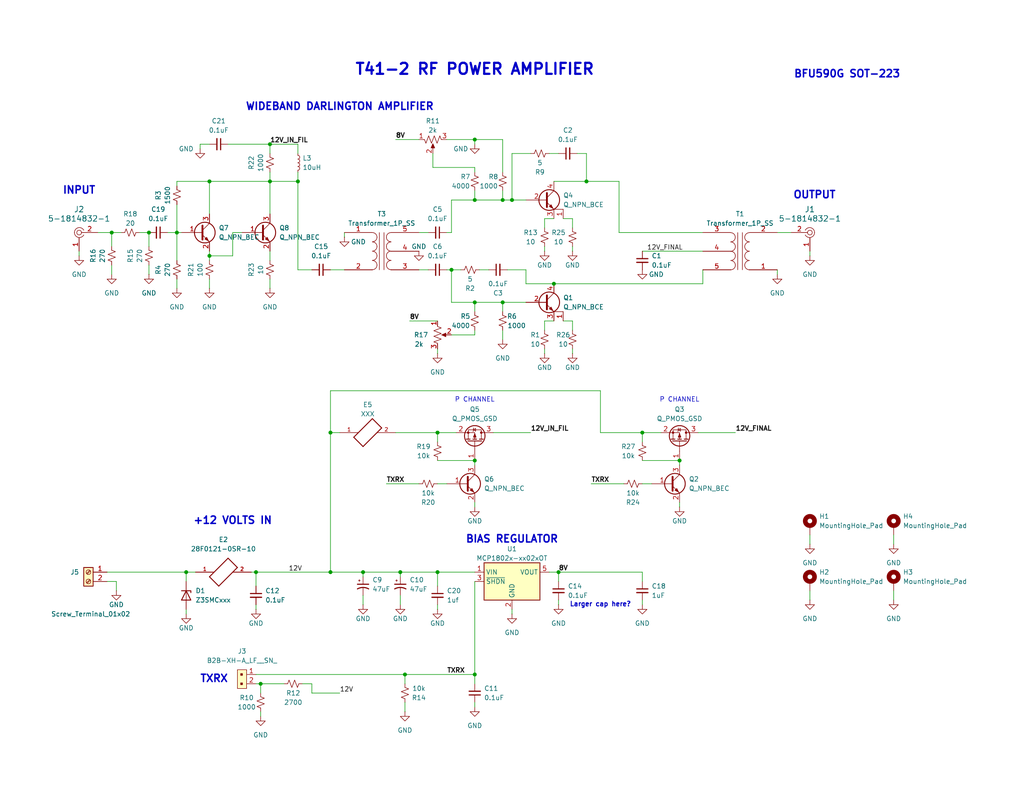
<source format=kicad_sch>
(kicad_sch (version 20231120) (generator "eeschema") (generator_version "8.0")
  (paper "USLetter")
  (title_block (title "T41-2 RF Power Amplifier") (date "2024-10-02") (rev "1.0"))
  (lib_symbols
    (symbol "28F0121-0SR-10:28F0121-0SR-10" (pin_names (offset 1.016))
      (property "Reference" "E" (at -7.6244 5.0815 0))
      (property "Value" "28F0121-0SR-10" (at -7.63 -7.6266 0))
      (symbol "28F0121-0SR-10_0_0"
        (pin passive line (at -7.62 0 0) (length 5.08) (name "~") (number "1"))
        (pin passive line (at 7.62 0 180) (length 5.08) (name "~") (number "2"))
      )
    )
    (symbol "Connector:Screw_Terminal_01x02" (pin_names (offset 1.016) hide)
      (property "Reference" "J" (at 0 2.54 0))
      (property "Value" "Screw_Terminal_01x02" (at 0 -5.08 0))
      (symbol "Screw_Terminal_01x02_1_1"
        (pin passive line (at -5.08 0 0) (length 3.81) (name "Pin_1") (number "1"))
        (pin passive line (at -5.08 -2.54 0) (length 3.81) (name "Pin_2") (number "2"))
      )
    )
    (symbol "Device:C_Polarized_Small_US" (pin_numbers hide) (pin_names (offset 0.254) hide)
      (property "Reference" "C" (at 0.254 1.778 0))
      (property "Value" "C_Polarized_Small_US" (at 0.254 -2.032 0))
      (symbol "C_Polarized_Small_US_1_1"
        (pin passive line (at 0 2.54 270) (length 2.032) (name "~") (number "1"))
        (pin passive line (at 0 -2.54 90) (length 2.032) (name "~") (number "2"))
      )
    )
    (symbol "Device:C_Small" (pin_numbers hide) (pin_names (offset 0.254) hide)
      (property "Reference" "C" (at 0.254 1.778 0))
      (property "Value" "C_Small" (at 0.254 -2.032 0))
      (symbol "C_Small_1_1"
        (pin passive line (at 0 2.54 270) (length 2.032) (name "~") (number "1"))
        (pin passive line (at 0 -2.54 90) (length 2.032) (name "~") (number "2"))
      )
    )
    (symbol "Device:L_Small" (pin_numbers hide) (pin_names (offset 0.254) hide)
      (property "Reference" "L" (at 0.762 1.016 0))
      (property "Value" "L_Small" (at 0.762 -1.016 0))
      (symbol "L_Small_1_1"
        (pin passive line (at 0 2.54 270) (length 0.508) (name "~") (number "1"))
        (pin passive line (at 0 -2.54 90) (length 0.508) (name "~") (number "2"))
      )
    )
    (symbol "Device:Q_NPN_BEC" (pin_names (offset 0) hide)
      (property "Reference" "Q" (at 5.08 1.27 0))
      (property "Value" "Q_NPN_BEC" (at 5.08 -1.27 0))
      (symbol "Q_NPN_BEC_1_1"
        (pin input line (at -5.08 0 0) (length 5.715) (name "B") (number "1"))
        (pin passive line (at 2.54 -5.08 90) (length 2.54) (name "E") (number "2"))
        (pin passive line (at 2.54 5.08 270) (length 2.54) (name "C") (number "3"))
      )
    )
    (symbol "Device:Q_PMOS_GSD" (pin_names (offset 0) hide)
      (property "Reference" "Q" (at 5.08 1.27 0))
      (property "Value" "Q_PMOS_GSD" (at 5.08 -1.27 0))
      (symbol "Q_PMOS_GSD_1_1"
        (pin input line (at -5.08 0 0) (length 2.54) (name "G") (number "1"))
        (pin passive line (at 2.54 -5.08 90) (length 2.54) (name "S") (number "2"))
        (pin passive line (at 2.54 5.08 270) (length 2.54) (name "D") (number "3"))
      )
    )
    (symbol "Device:R_Potentiometer_US" (pin_names (offset 1.016) hide)
      (property "Reference" "RV" (at -4.445 0 90))
      (property "Value" "R_Potentiometer_US" (at -2.54 0 90))
      (symbol "R_Potentiometer_US_1_1"
        (pin passive line (at 0 3.81 270) (length 1.27) (name "1") (number "1"))
        (pin passive line (at 3.81 0 180) (length 1.27) (name "2") (number "2"))
        (pin passive line (at 0 -3.81 90) (length 1.27) (name "3") (number "3"))
      )
    )
    (symbol "Device:R_Small_US" (pin_numbers hide) (pin_names (offset 0.254) hide)
      (property "Reference" "R" (at 0.762 0.508 0))
      (property "Value" "R_Small_US" (at 0.762 -1.016 0))
      (symbol "R_Small_US_1_1"
        (pin passive line (at 0 2.54 270) (length 1.016) (name "~") (number "1"))
        (pin passive line (at 0 -2.54 90) (length 1.016) (name "~") (number "2"))
      )
    )
    (symbol "Device:Transformer_1P_SS" (pin_names (offset 1.016) hide)
      (property "Reference" "T" (at 0 6.35 0))
      (property "Value" "Transformer_1P_SS" (at 0 -7.62 0))
      (symbol "Transformer_1P_SS_1_1"
        (pin passive line (at -10.16 5.08 0) (length 7.62) (name "AA") (number "1"))
        (pin passive line (at -10.16 -5.08 0) (length 7.62) (name "AB") (number "2"))
        (pin passive line (at 10.16 -5.08 180) (length 7.62) (name "SA") (number "3"))
        (pin passive line (at 10.16 0 180) (length 7.62) (name "SC") (number "4"))
        (pin passive line (at 10.16 5.08 180) (length 7.62) (name "SB") (number "5"))
      )
    )
    (symbol "Diode:Z3SMCxxx" (pin_numbers hide) (pin_names hide)
      (property "Reference" "D" (at 0 2.54 0))
      (property "Value" "Z3SMCxxx" (at 0 -2.54 0))
      (symbol "Z3SMCxxx_1_1"
        (pin passive line (at -3.81 0 0) (length 2.54) (name "K") (number "1"))
        (pin passive line (at 3.81 0 180) (length 2.54) (name "A") (number "2"))
      )
    )
    (symbol "Mechanical:MountingHole_Pad" (pin_numbers hide) (pin_names (offset 1.016) hide) (exclude_from_sim yes) (in_bom no)
      (property "Reference" "H" (at 0 6.35 0))
      (property "Value" "MountingHole_Pad" (at 0 4.445 0))
      (symbol "MountingHole_Pad_1_1"
        (pin input line (at 0 -2.54 90) (length 2.54) (name "1") (number "1"))
      )
    )
    (symbol "Q_NPN_BCE_2" (pin_names (offset 0) hide)
      (property "Reference" "Q4" (at 5.08 1.2701 0))
      (property "Value" "Q_NPN_BCE" (at 5.08 -1.2699 0))
      (symbol "Q_NPN_BCE_2_1_1"
        (pin input line (at 5.08 -5.08 90) (length 2.54) (name "") (number "1"))
        (pin input line (at -5.08 0 0) (length 5.715) (name "B") (number "2"))
        (pin passive line (at 2.54 -5.08 90) (length 2.54) (name "E") (number "3"))
        (pin passive line (at 2.54 5.08 270) (length 2.54) (name "C") (number "4"))
      )
    )
    (symbol "Regulator_Linear:MCP1802x-xx02xOT"
      (property "Reference" "U" (at -6.35 6.35 0))
      (property "Value" "MCP1802x-xx02xOT" (at 0 6.35 0))
      (symbol "MCP1802x-xx02xOT_1_1"
        (pin power_in line (at -10.16 2.54 0) (length 2.54) (name "VIN") (number "1"))
        (pin power_in line (at 0 -7.62 90) (length 2.54) (name "GND") (number "2"))
        (pin input line (at -10.16 0 0) (length 2.54) (name "~{SHDN}") (number "3"))
        (pin no_connect line (at 7.62 0 180) (length 2.54) hide (name "NC") (number "4"))
        (pin power_out line (at 10.16 2.54 180) (length 2.54) (name "VOUT") (number "5"))
      )
    )
    (symbol "dk_Coaxial-Connectors-RF:5-1814832-1" (pin_names (offset 1.016))
      (property "Reference" "J" (at -2.54 1.27 0))
      (property "Value" "5-1814832-1" (at 1.27 -2.54 0))
      (symbol "5-1814832-1_1_1"
        (pin passive line (at 0 -5.08 90) (length 3.683) (name "~") (number "1"))
        (pin passive line (at 5.08 0 180) (length 4.445) (name "~") (number "2"))
      )
    )
    (symbol "dk_Rectangular-Connectors-Headers-Male-Pins:B2B-XH-A_LF__SN_" (pin_names (offset 1.016))
      (property "Reference" "J" (at -2.54 -1.27 0))
      (property "Value" "B2B-XH-A_LF__SN_" (at 1.27 -3.81 0))
      (symbol "B2B-XH-A_LF__SN__1_1"
        (pin passive line (at 0 2.54 270) (length 2.54) (name "~") (number "1"))
        (pin passive line (at 2.54 2.54 270) (length 2.54) (name "~") (number "2"))
      )
    )
    (symbol "power:GND" (power) (pin_numbers hide) (pin_names (offset 0) hide)
      (property "Value" "GND" (at 0 -3.81 0))
      (symbol "GND_1_1"
        (pin power_in line (at 0 0 270) (length 0) (name "~") (number "1"))
      )
    )
  )
  (junction (at 119.38 156.21))
  (junction (at 69.85 156.21))
  (junction (at 48.26 63.5))
  (junction (at 129.54 125.73))
  (junction (at 73.66 39.37))
  (junction (at 137.16 54.61))
  (junction (at 129.54 82.55))
  (junction (at 40.64 63.5))
  (junction (at 151.13 77.47))
  (junction (at 139.7 54.61))
  (junction (at 110.49 184.15))
  (junction (at 90.17 118.11))
  (junction (at 175.26 118.11))
  (junction (at 123.19 73.66))
  (junction (at 129.54 38.1))
  (junction (at 109.22 156.21))
  (junction (at 119.38 118.11))
  (junction (at 137.16 82.55))
  (junction (at 81.28 49.53))
  (junction (at 99.06 156.21))
  (junction (at 57.15 49.53))
  (junction (at 73.66 49.53))
  (junction (at 50.8 156.21))
  (junction (at 152.4 156.21))
  (junction (at 30.48 63.5))
  (junction (at 57.15 69.85))
  (junction (at 129.54 54.61))
  (junction (at 129.54 184.15))
  (junction (at 185.42 125.73))
  (junction (at 90.17 156.21))
  (junction (at 160.02 49.53))
  (junction (at 71.12 186.69))
  (wire (pts (xy 111.76 87.63) (xy 119.38 87.63)))
  (wire (pts (xy 81.28 39.37) (xy 81.28 41.91)))
  (wire (pts (xy 69.85 156.21) (xy 90.17 156.21)))
  (wire (pts (xy 137.16 82.55) (xy 143.51 82.55)))
  (wire (pts (xy 31.75 158.75) (xy 31.75 161.29)))
  (wire (pts (xy 160.02 41.91) (xy 160.02 49.53)))
  (wire (pts (xy 212.09 63.5) (xy 215.9 63.5)))
  (wire (pts (xy 73.66 68.58) (xy 73.66 71.12)))
  (wire (pts (xy 138.43 73.66) (xy 143.51 73.66)))
  (wire (pts (xy 148.59 67.31) (xy 148.59 68.58)))
  (wire (pts (xy 57.15 69.85) (xy 63.5 69.85)))
  (wire (pts (xy 26.67 63.5) (xy 30.48 63.5)))
  (wire (pts (xy 110.49 184.15) (xy 110.49 186.69)))
  (wire (pts (xy 105.41 132.08) (xy 114.3 132.08)))
  (wire (pts (xy 48.26 63.5) (xy 48.26 71.12)))
  (wire (pts (xy 109.22 162.56) (xy 109.22 165.1)))
  (wire (pts (xy 123.19 91.44) (xy 129.54 91.44)))
  (wire (pts (xy 139.7 41.91) (xy 144.78 41.91)))
  (wire (pts (xy 81.28 49.53) (xy 81.28 73.66)))
  (wire (pts (xy 185.42 125.73) (xy 185.42 127)))
  (wire (pts (xy 175.26 118.11) (xy 175.26 120.65)))
  (wire (pts (xy 38.1 63.5) (xy 40.64 63.5)))
  (wire (pts (xy 185.42 137.16) (xy 185.42 138.43)))
  (wire (pts (xy 149.86 156.21) (xy 152.4 156.21)))
  (wire (pts (xy 118.11 41.91) (xy 118.11 45.72)))
  (wire (pts (xy 107.95 38.1) (xy 114.3 38.1)))
  (wire (pts (xy 118.11 45.72) (xy 129.54 45.72)))
  (wire (pts (xy 168.91 49.53) (xy 168.91 63.5)))
  (wire (pts (xy 220.98 68.58) (xy 220.98 69.85)))
  (wire (pts (xy 137.16 38.1) (xy 137.16 46.99)))
  (wire (pts (xy 153.67 87.63) (xy 156.21 87.63)))
  (wire (pts (xy 175.26 156.21) (xy 175.26 158.75)))
  (wire (pts (xy 175.26 132.08) (xy 177.8 132.08)))
  (wire (pts (xy 69.85 184.15) (xy 110.49 184.15)))
  (wire (pts (xy 243.84 146.05) (xy 243.84 148.59)))
  (wire (pts (xy 114.3 73.66) (xy 116.84 73.66)))
  (wire (pts (xy 109.22 156.21) (xy 109.22 157.48)))
  (wire (pts (xy 48.26 55.88) (xy 48.26 63.5)))
  (wire (pts (xy 130.81 73.66) (xy 133.35 73.66)))
  (wire (pts (xy 119.38 95.25) (xy 119.38 96.52)))
  (wire (pts (xy 148.59 90.17) (xy 148.59 87.63)))
  (wire (pts (xy 168.91 63.5) (xy 191.77 63.5)))
  (wire (pts (xy 48.26 76.2) (xy 48.26 78.74)))
  (wire (pts (xy 73.66 76.2) (xy 73.66 78.74)))
  (wire (pts (xy 119.38 156.21) (xy 119.38 160.02)))
  (wire (pts (xy 50.8 166.37) (xy 50.8 167.64)))
  (wire (pts (xy 220.98 146.05) (xy 220.98 148.59)))
  (wire (pts (xy 85.09 189.23) (xy 92.71 189.23)))
  (wire (pts (xy 81.28 49.53) (xy 73.66 49.53)))
  (wire (pts (xy 134.62 118.11) (xy 144.78 118.11)))
  (wire (pts (xy 63.5 63.5) (xy 66.04 63.5)))
  (wire (pts (xy 99.06 156.21) (xy 109.22 156.21)))
  (wire (pts (xy 73.66 41.91) (xy 73.66 39.37)))
  (wire (pts (xy 30.48 72.39) (xy 30.48 74.93)))
  (wire (pts (xy 48.26 63.5) (xy 49.53 63.5)))
  (wire (pts (xy 152.4 163.83) (xy 152.4 165.1)))
  (wire (pts (xy 137.16 38.1) (xy 129.54 38.1)))
  (wire (pts (xy 220.98 161.29) (xy 220.98 163.83)))
  (wire (pts (xy 50.8 158.75) (xy 50.8 156.21)))
  (wire (pts (xy 69.85 165.1) (xy 69.85 166.37)))
  (wire (pts (xy 48.26 50.8) (xy 48.26 49.53)))
  (wire (pts (xy 156.21 95.25) (xy 156.21 96.52)))
  (wire (pts (xy 73.66 46.99) (xy 73.66 49.53)))
  (wire (pts (xy 81.28 46.99) (xy 81.28 49.53)))
  (wire (pts (xy 156.21 87.63) (xy 156.21 90.17)))
  (wire (pts (xy 82.55 186.69) (xy 85.09 186.69)))
  (wire (pts (xy 85.09 186.69) (xy 85.09 189.23)))
  (wire (pts (xy 90.17 118.11) (xy 90.17 156.21)))
  (wire (pts (xy 152.4 156.21) (xy 152.4 158.75)))
  (wire (pts (xy 68.58 156.21) (xy 69.85 156.21)))
  (wire (pts (xy 50.8 156.21) (xy 53.34 156.21)))
  (wire (pts (xy 175.26 68.58) (xy 191.77 68.58)))
  (wire (pts (xy 90.17 118.11) (xy 90.17 106.68)))
  (wire (pts (xy 129.54 82.55) (xy 137.16 82.55)))
  (wire (pts (xy 151.13 77.47) (xy 191.77 77.47)))
  (wire (pts (xy 129.54 52.07) (xy 129.54 54.61)))
  (wire (pts (xy 110.49 184.15) (xy 129.54 184.15)))
  (wire (pts (xy 129.54 125.73) (xy 129.54 127)))
  (wire (pts (xy 119.38 118.11) (xy 124.46 118.11)))
  (wire (pts (xy 71.12 194.31) (xy 71.12 195.58)))
  (wire (pts (xy 157.48 41.91) (xy 160.02 41.91)))
  (wire (pts (xy 148.59 87.63) (xy 151.13 87.63)))
  (wire (pts (xy 62.23 39.37) (xy 73.66 39.37)))
  (wire (pts (xy 114.3 63.5) (xy 116.84 63.5)))
  (wire (pts (xy 73.66 39.37) (xy 81.28 39.37)))
  (wire (pts (xy 57.15 76.2) (xy 57.15 78.74)))
  (wire (pts (xy 129.54 191.77) (xy 129.54 193.04)))
  (wire (pts (xy 69.85 186.69) (xy 71.12 186.69)))
  (wire (pts (xy 90.17 106.68) (xy 163.83 106.68)))
  (wire (pts (xy 156.21 59.69) (xy 156.21 62.23)))
  (wire (pts (xy 85.09 73.66) (xy 81.28 73.66)))
  (wire (pts (xy 30.48 63.5) (xy 33.02 63.5)))
  (wire (pts (xy 73.66 49.53) (xy 73.66 58.42)))
  (wire (pts (xy 29.21 158.75) (xy 31.75 158.75)))
  (wire (pts (xy 107.95 118.11) (xy 119.38 118.11)))
  (wire (pts (xy 99.06 156.21) (xy 99.06 157.48)))
  (wire (pts (xy 57.15 69.85) (xy 57.15 71.12)))
  (wire (pts (xy 149.86 41.91) (xy 152.4 41.91)))
  (wire (pts (xy 125.73 73.66) (xy 123.19 73.66)))
  (wire (pts (xy 119.38 156.21) (xy 129.54 156.21)))
  (wire (pts (xy 123.19 63.5) (xy 123.19 54.61)))
  (wire (pts (xy 137.16 52.07) (xy 137.16 54.61)))
  (wire (pts (xy 121.92 38.1) (xy 129.54 38.1)))
  (wire (pts (xy 137.16 54.61) (xy 139.7 54.61)))
  (wire (pts (xy 57.15 49.53) (xy 57.15 58.42)))
  (wire (pts (xy 121.92 73.66) (xy 123.19 73.66)))
  (wire (pts (xy 129.54 158.75) (xy 129.54 184.15)))
  (wire (pts (xy 48.26 49.53) (xy 57.15 49.53)))
  (wire (pts (xy 129.54 82.55) (xy 129.54 85.09)))
  (wire (pts (xy 129.54 184.15) (xy 129.54 186.69)))
  (wire (pts (xy 29.21 156.21) (xy 50.8 156.21)))
  (wire (pts (xy 175.26 118.11) (xy 180.34 118.11)))
  (wire (pts (xy 139.7 54.61) (xy 139.7 41.91)))
  (wire (pts (xy 90.17 73.66) (xy 93.98 73.66)))
  (wire (pts (xy 175.26 163.83) (xy 175.26 165.1)))
  (wire (pts (xy 40.64 72.39) (xy 40.64 74.93)))
  (wire (pts (xy 129.54 90.17) (xy 129.54 91.44)))
  (wire (pts (xy 148.59 59.69) (xy 151.13 59.69)))
  (wire (pts (xy 54.61 39.37) (xy 57.15 39.37)))
  (wire (pts (xy 129.54 39.37) (xy 129.54 38.1)))
  (wire (pts (xy 161.29 132.08) (xy 170.18 132.08)))
  (wire (pts (xy 175.26 125.73) (xy 185.42 125.73)))
  (wire (pts (xy 93.98 63.5) (xy 93.98 64.77)))
  (wire (pts (xy 163.83 118.11) (xy 175.26 118.11)))
  (wire (pts (xy 129.54 54.61) (xy 137.16 54.61)))
  (wire (pts (xy 63.5 69.85) (xy 63.5 63.5)))
  (wire (pts (xy 137.16 82.55) (xy 137.16 85.09)))
  (wire (pts (xy 163.83 106.68) (xy 163.83 118.11)))
  (wire (pts (xy 243.84 161.29) (xy 243.84 163.83)))
  (wire (pts (xy 71.12 186.69) (xy 71.12 189.23)))
  (wire (pts (xy 69.85 156.21) (xy 69.85 160.02)))
  (wire (pts (xy 119.38 125.73) (xy 129.54 125.73)))
  (wire (pts (xy 143.51 73.66) (xy 143.51 77.47)))
  (wire (pts (xy 57.15 49.53) (xy 73.66 49.53)))
  (wire (pts (xy 129.54 46.99) (xy 129.54 45.72)))
  (wire (pts (xy 148.59 59.69) (xy 148.59 62.23)))
  (wire (pts (xy 190.5 118.11) (xy 200.66 118.11)))
  (wire (pts (xy 148.59 95.25) (xy 148.59 96.52)))
  (wire (pts (xy 143.51 77.47) (xy 151.13 77.47)))
  (wire (pts (xy 160.02 49.53) (xy 168.91 49.53)))
  (wire (pts (xy 30.48 67.31) (xy 30.48 63.5)))
  (wire (pts (xy 137.16 90.17) (xy 137.16 92.71)))
  (wire (pts (xy 99.06 162.56) (xy 99.06 165.1)))
  (wire (pts (xy 212.09 73.66) (xy 212.09 74.93)))
  (wire (pts (xy 40.64 63.5) (xy 40.64 67.31)))
  (wire (pts (xy 90.17 118.11) (xy 92.71 118.11)))
  (wire (pts (xy 152.4 156.21) (xy 175.26 156.21)))
  (wire (pts (xy 109.22 156.21) (xy 119.38 156.21)))
  (wire (pts (xy 119.38 118.11) (xy 119.38 120.65)))
  (wire (pts (xy 151.13 49.53) (xy 160.02 49.53)))
  (wire (pts (xy 191.77 73.66) (xy 191.77 77.47)))
  (wire (pts (xy 119.38 132.08) (xy 121.92 132.08)))
  (wire (pts (xy 71.12 186.69) (xy 77.47 186.69)))
  (wire (pts (xy 57.15 68.58) (xy 57.15 69.85)))
  (wire (pts (xy 54.61 40.64) (xy 54.61 39.37)))
  (wire (pts (xy 90.17 156.21) (xy 99.06 156.21)))
  (wire (pts (xy 110.49 191.77) (xy 110.49 194.31)))
  (wire (pts (xy 139.7 54.61) (xy 143.51 54.61)))
  (wire (pts (xy 139.7 166.37) (xy 139.7 167.64)))
  (wire (pts (xy 45.72 63.5) (xy 48.26 63.5)))
  (wire (pts (xy 119.38 165.1) (xy 119.38 166.37)))
  (wire (pts (xy 21.59 68.58) (xy 21.59 69.85)))
  (wire (pts (xy 123.19 73.66) (xy 123.19 82.55)))
  (wire (pts (xy 129.54 137.16) (xy 129.54 138.43)))
  (wire (pts (xy 153.67 59.69) (xy 156.21 59.69)))
  (wire (pts (xy 156.21 67.31) (xy 156.21 68.58)))
  (wire (pts (xy 123.19 82.55) (xy 129.54 82.55)))
  (wire (pts (xy 121.92 63.5) (xy 123.19 63.5)))
  (wire (pts (xy 123.19 54.61) (xy 129.54 54.61)))
  (text "OUTPUT" (at 222.25 53.34 0) (effects (font (size 2 2) (thickness 0.4) (bold yes))))
  (text "BFU590G SOT-223" (at 231.14 20.32 0) (effects (font (size 2 2) (thickness 0.4) (bold yes))))
  (text "P CHANNEL" (at 185.42 109.22 0) (effects (font (size 1.27 1.27))))
  (text "+12 VOLTS IN" (at 63.5 142.24 0) (effects (font (size 2 2) (thickness 0.4) (bold yes))))
  (text "TXRX" (at 58.42 185.42 0) (effects (font (size 2 2) (thickness 0.4) (bold yes))))
  (text "T41-2 RF POWER AMPLIFIER" (at 129.54 19.05 0) (effects (font (size 3 3) (thickness 0.6) (bold yes))))
  (text "INPUT" (at 21.59 52.07 0) (effects (font (size 2 2) (thickness 0.4) (bold yes))))
  (text "Larger cap here?" (at 163.83 165.1 0) (effects (font (size 1.27 1.27) (thickness 0.254) (bold yes))))
  (text "BIAS REGULATOR" (at 139.7 147.32 0) (effects (font (size 2 2) (thickness 0.4) (bold yes))))
  (text "WIDEBAND DARLINGTON AMPLIFIER" (at 92.71 29.21 0) (effects (font (size 2 2) (thickness 0.4) (bold yes))))
  (text "P CHANNEL" (at 129.54 109.22 0) (effects (font (size 1.27 1.27))))
  (label "8V" (at 111.76 87.63 0) (effects (font (thickness 0.254) (bold yes))))
  (label "8V" (at 152.4 156.21 0) (effects (font (thickness 0.254) (bold yes))))
  (label "12V" (at 92.71 189.23 0))
  (label "12V_FINAL" (at 176.53 68.58 0))
  (label "12V" (at 78.74 156.21 0))
  (label "TXRX" (at 121.92 184.15 0) (effects (font (thickness 0.254) (bold yes))))
  (label "12V_IN_FIL" (at 73.66 39.37 0) (effects (font (thickness 0.254) (bold yes))))
  (label "12V_IN_FIL" (at 144.78 118.11 0) (effects (font (thickness 0.254) (bold yes))))
  (label "12V_FINAL" (at 200.66 118.11 0) (effects (font (thickness 0.254) (bold yes))))
  (label "TXRX" (at 161.29 132.08 0) (effects (font (thickness 0.254) (bold yes))))
  (label "TXRX" (at 105.41 132.08 0) (effects (font (thickness 0.254) (bold yes))))
  (label "8V" (at 107.95 38.1 0) (effects (font (thickness 0.254) (bold yes))))
  (symbol (lib_id "Device:C_Small") (at 69.85 162.56 0) (unit 1)
    (property "Reference" "C12" (at 72.39 161.2962 0) (effects (justify left)))
    (property "Value" "0.1uF" (at 72.39 163.8362 0) (effects (justify left)))
    (property "Footprint" "Capacitor_SMD:C_1206_3216Metric" (effects (hide yes)))
    (property "Description" "Unpolarized capacitor, small symbol" (effects (hide yes)))
  )
  (symbol (lib_id "power:GND") (at 212.09 74.93 0) (unit 1)
    (property "Reference" "#PWR04" (effects (hide yes)))
    (property "Value" "GND" (at 212.09 80.01 0))
    (property "Description" "Power symbol creates a global label with name \"GND\" , ground" (effects (hide yes)))
  )
  (symbol (lib_id "power:GND") (at 48.26 78.74 0) (unit 1)
    (property "Reference" "#PWR036" (effects (hide yes)))
    (property "Value" "GND" (at 48.26 83.82 0))
    (property "Description" "Power symbol creates a global label with name \"GND\" , ground" (effects (hide yes)))
  )
  (symbol (lib_id "power:GND") (at 40.64 74.93 0) (unit 1)
    (property "Reference" "#PWR026" (effects (hide yes)))
    (property "Value" "GND" (at 40.64 80.01 0))
    (property "Description" "Power symbol creates a global label with name \"GND\" , ground" (effects (hide yes)))
  )
  (symbol (lib_id "dk_Rectangular-Connectors-Headers-Male-Pins:B2B-XH-A_LF__SN_") (at 67.31 184.15 270) (unit 1)
    (property "Reference" "J3" (at 66.04 177.8 90))
    (property "Value" "B2B-XH-A_LF__SN_" (at 66.04 180.34 90))
    (property "Footprint" "digikey-footprints:PinHeader_1x2_P2.5mm_Drill1.1mm" (effects (hide yes)))
    (property "Datasheet" "http://www.jst-mfg.com/product/pdf/eng/eXH.pdf" (effects (hide yes)))
    (property "Description" "CONN HEADER VERT 2POS 2.5MM" (effects (hide yes)))
    (property "Digi-Key_PN" "455-2247-ND" (effects (hide yes)))
    (property "MPN" "B2B-XH-A(LF)(SN)" (effects (hide yes)))
    (property "Category" "Connectors, Interconnects" (effects (hide yes)))
    (property "Family" "Rectangular Connectors - Headers, Male Pins" (effects (hide yes)))
    (property "DK_Datasheet_Link" "http://www.jst-mfg.com/product/pdf/eng/eXH.pdf" (effects (hide yes)))
    (property "DK_Detail_Page" "/product-detail/en/jst-sales-america-inc/B2B-XH-A(LF)(SN)/455-2247-ND/1651045" (effects (hide yes)))
    (property "Description_1" "CONN HEADER VERT 2POS 2.5MM" (effects (hide yes)))
    (property "Manufacturer" "JST Sales America Inc." (effects (hide yes)))
    (property "Status" "Active" (effects (hide yes)))
  )
  (symbol (lib_id "Device:R_Small_US") (at 156.21 92.71 180) (unit 1)
    (property "Reference" "R26" (at 153.67 91.44 0))
    (property "Value" "10" (at 153.67 93.98 0))
    (property "Footprint" "Resistor_SMD:R_1206_3216Metric" (effects (hide yes)))
    (property "Description" "Resistor, small US symbol" (effects (hide yes)))
  )
  (symbol (lib_id "Device:Q_NPN_BEC") (at 54.61 63.5 0) (unit 1)
    (property "Reference" "Q7" (at 59.69 62.2299 0) (effects (justify left)))
    (property "Value" "Q_NPN_BEC" (at 59.69 64.7699 0) (effects (justify left)))
    (property "Footprint" "Package_TO_SOT_SMD:SOT-23-3" (effects (hide yes)))
    (property "Description" "NPN transistor, base/emitter/collector" (effects (hide yes)))
  )
  (symbol (lib_id "Regulator_Linear:MCP1802x-xx02xOT") (at 139.7 158.75 0) (unit 1)
    (property "Reference" "U1" (at 139.7 149.86 0))
    (property "Value" "MCP1802x-xx02xOT" (at 139.7 152.4 0))
    (property "Footprint" "Package_TO_SOT_SMD:SOT-23-5" (effects (hide yes)))
    (property "Datasheet" "http://ww1.microchip.com/downloads/en/DeviceDoc/22053C.pdf" (effects (hide yes)))
    (property "Description" "150mA, Tiny CMOS LDO With Shutdown, Fixed Voltage, SOT-23-5" (effects (hide yes)))
  )
  (symbol (lib_id "power:GND") (at 73.66 78.74 0) (unit 1)
    (property "Reference" "#PWR039" (effects (hide yes)))
    (property "Value" "GND" (at 73.66 83.82 0))
    (property "Description" "Power symbol creates a global label with name \"GND\" , ground" (effects (hide yes)))
  )
  (symbol (lib_id "Device:Transformer_1P_SS") (at 201.93 68.58 180) (unit 1)
    (property "Reference" "T1" (at 201.9173 58.42 0))
    (property "Value" "Transformer_1P_SS" (at 201.9173 60.96 0))
    (property "Footprint" "Binocular_Core:BN-43-302" (effects (hide yes)))
    (property "Description" "Transformer, single primary, split secondary" (effects (hide yes)))
  )
  (symbol (lib_id "Device:R_Small_US") (at 73.66 73.66 180) (unit 1)
    (property "Reference" "R23" (at 68.58 73.66 90))
    (property "Value" "10" (at 71.12 73.66 90))
    (property "Footprint" "Resistor_SMD:R_1206_3216Metric" (effects (hide yes)))
    (property "Description" "Resistor, small US symbol" (effects (hide yes)))
  )
  (symbol (lib_id "power:GND") (at 185.42 138.43 0) (unit 1)
    (property "Reference" "#PWR022" (effects (hide yes)))
    (property "Value" "GND" (at 185.42 142.24 0))
    (property "Description" "Power symbol creates a global label with name \"GND\" , ground" (effects (hide yes)))
  )
  (symbol (lib_id "Device:C_Small") (at 175.26 161.29 0) (unit 1)
    (property "Reference" "C18" (at 177.8 160.0262 0) (effects (justify left)))
    (property "Value" "1uF" (at 177.8 162.5662 0) (effects (justify left)))
    (property "Footprint" "Capacitor_SMD:C_1206_3216Metric" (effects (hide yes)))
    (property "Description" "Unpolarized capacitor, small symbol" (effects (hide yes)))
  )
  (symbol (lib_id "Device:R_Small_US") (at 148.59 92.71 180) (unit 1)
    (property "Reference" "R1" (at 146.05 91.44 0))
    (property "Value" "10" (at 146.05 93.98 0))
    (property "Footprint" "Resistor_SMD:R_1206_3216Metric" (effects (hide yes)))
    (property "Description" "Resistor, small US symbol" (effects (hide yes)))
  )
  (symbol (lib_id "Device:R_Small_US") (at 57.15 73.66 180) (unit 1)
    (property "Reference" "R21" (at 52.07 73.66 90))
    (property "Value" "100" (at 54.61 73.66 90))
    (property "Footprint" "Resistor_SMD:R_1206_3216Metric" (effects (hide yes)))
    (property "Description" "Resistor, small US symbol" (effects (hide yes)))
  )
  (symbol (lib_id "Device:R_Small_US") (at 73.66 44.45 180) (unit 1)
    (property "Reference" "R22" (at 68.58 44.45 90))
    (property "Value" "1000" (at 71.12 44.45 90))
    (property "Footprint" "Resistor_SMD:R_1206_3216Metric" (effects (hide yes)))
    (property "Description" "Resistor, small US symbol" (effects (hide yes)))
  )
  (symbol (lib_id "Device:C_Polarized_Small_US") (at 99.06 160.02 0) (unit 1)
    (property "Reference" "C9" (at 101.6 158.3181 0) (effects (justify left)))
    (property "Value" "47uF" (at 101.6 160.8581 0) (effects (justify left)))
    (property "Footprint" "Capacitor_SMD:CP_Elec_6.3x5.7" (effects (hide yes)))
    (property "Description" "Polarized capacitor, small US symbol" (effects (hide yes)))
  )
  (symbol (lib_id "power:GND") (at 175.26 165.1 0) (unit 1)
    (property "Reference" "#PWR027" (effects (hide yes)))
    (property "Value" "GND" (at 175.26 170.18 0))
    (property "Description" "Power symbol creates a global label with name \"GND\" , ground" (effects (hide yes)))
  )
  (symbol (lib_id "power:GND") (at 156.21 96.52 0) (unit 1)
    (property "Reference" "#PWR018" (effects (hide yes)))
    (property "Value" "GND" (at 156.21 100.33 0))
    (property "Description" "Power symbol creates a global label with name \"GND\" , ground" (effects (hide yes)))
  )
  (symbol (lib_id "Device:C_Small") (at 119.38 162.56 0) (unit 1)
    (property "Reference" "C20" (at 121.92 161.2962 0) (effects (justify left)))
    (property "Value" "1uf" (at 121.92 163.8362 0) (effects (justify left)))
    (property "Footprint" "Capacitor_SMD:C_1206_3216Metric" (effects (hide yes)))
    (property "Description" "Unpolarized capacitor, small symbol" (effects (hide yes)))
  )
  (symbol (lib_id "Device:C_Small") (at 152.4 161.29 0) (unit 1)
    (property "Reference" "C14" (at 154.94 160.0262 0) (effects (justify left)))
    (property "Value" "0.1uF" (at 154.94 162.5662 0) (effects (justify left)))
    (property "Footprint" "Capacitor_SMD:C_1206_3216Metric" (effects (hide yes)))
    (property "Description" "Unpolarized capacitor, small symbol" (effects (hide yes)))
  )
  (symbol (lib_id "Mechanical:MountingHole_Pad") (at 220.98 158.75 0) (unit 1) (exclude_from_sim yes) (in_bom no)
    (property "Reference" "H2" (at 223.52 156.2099 0) (effects (justify left)))
    (property "Value" "MountingHole_Pad" (at 223.52 158.7499 0) (effects (justify left)))
    (property "Footprint" "MountingHole:MountingHole_4.3mm_M4_DIN965_Pad" (effects (hide yes)))
    (property "Description" "Mounting Hole with connection" (effects (hide yes)))
  )
  (symbol (lib_id "Device:R_Small_US") (at 128.27 73.66 270) (unit 1)
    (property "Reference" "R2" (at 128.27 78.74 90))
    (property "Value" "5" (at 128.27 76.2 90))
    (property "Footprint" "Resistor_SMD:R_1206_3216Metric" (effects (hide yes)))
    (property "Description" "Resistor, small US symbol" (effects (hide yes)))
  )
  (symbol (lib_id "power:GND") (at 220.98 163.83 0) (unit 1)
    (property "Reference" "#PWR033" (effects (hide yes)))
    (property "Value" "GND" (at 220.98 168.91 0))
    (property "Description" "Power symbol creates a global label with name \"GND\" , ground" (effects (hide yes)))
  )
  (symbol (lib_id "Device:R_Small_US") (at 80.01 186.69 270) (unit 1)
    (property "Reference" "R12" (at 80.01 189.23 90))
    (property "Value" "2700" (at 80.01 191.77 90))
    (property "Footprint" "Resistor_SMD:R_1206_3216Metric" (effects (hide yes)))
    (property "Description" "Resistor, small US symbol" (effects (hide yes)))
  )
  (symbol (lib_id "Device:C_Small") (at 135.89 73.66 90) (mirror x) (unit 1)
    (property "Reference" "C3" (at 135.8963 80.01 90))
    (property "Value" "0.1uF" (at 135.8963 77.47 90))
    (property "Footprint" "Capacitor_SMD:C_1206_3216Metric" (effects (hide yes)))
    (property "Description" "Unpolarized capacitor, small symbol" (effects (hide yes)))
  )
  (symbol (lib_id "power:GND") (at 139.7 167.64 0) (unit 1)
    (property "Reference" "#PWR011" (effects (hide yes)))
    (property "Value" "GND" (at 139.7 172.72 0))
    (property "Description" "Power symbol creates a global label with name \"GND\" , ground" (effects (hide yes)))
  )
  (symbol (lib_id "Device:R_Small_US") (at 129.54 87.63 180) (unit 1)
    (property "Reference" "R5" (at 127 86.36 0))
    (property "Value" "4000" (at 125.73 88.9 0))
    (property "Footprint" "Resistor_SMD:R_1206_3216Metric" (effects (hide yes)))
    (property "Description" "Resistor, small US symbol" (effects (hide yes)))
  )
  (symbol (lib_id "Device:C_Small") (at 175.26 71.12 0) (unit 1)
    (property "Reference" "C1" (at 177.8 69.8562 0) (effects (justify left)))
    (property "Value" "0.1uF" (at 177.8 72.3962 0) (effects (justify left)))
    (property "Footprint" "Capacitor_SMD:C_1206_3216Metric" (effects (hide yes)))
    (property "Description" "Unpolarized capacitor, small symbol" (effects (hide yes)))
  )
  (symbol (lib_id "power:GND") (at 220.98 148.59 0) (unit 1)
    (property "Reference" "#PWR029" (effects (hide yes)))
    (property "Value" "GND" (at 220.98 153.67 0))
    (property "Description" "Power symbol creates a global label with name \"GND\" , ground" (effects (hide yes)))
  )
  (symbol (lib_id "power:GND") (at 243.84 148.59 0) (unit 1)
    (property "Reference" "#PWR035" (effects (hide yes)))
    (property "Value" "GND" (at 243.84 153.67 0))
    (property "Description" "Power symbol creates a global label with name \"GND\" , ground" (effects (hide yes)))
  )
  (symbol (lib_id "Connector:Screw_Terminal_01x02") (at 24.13 156.21 0) (mirror y) (unit 1)
    (property "Reference" "J5" (at 21.59 156.2099 0) (effects (justify left)))
    (property "Value" "Screw_Terminal_01x02" (at 35.56 167.64 0) (effects (justify left)))
    (property "Footprint" "TerminalBlock_Philmore:TerminalBlock_Philmore_TB132_1x02_P5.00mm_Horizontal" (effects (hide yes)))
    (property "Description" "Generic screw terminal, single row, 01x02, script generated (kicad-library-utils/schlib/autogen/connector/)" (effects (hide yes)))
  )
  (symbol (lib_id "Device:C_Small") (at 129.54 189.23 180) (unit 1)
    (property "Reference" "C11" (at 132.08 187.9535 0) (effects (justify right)))
    (property "Value" "0.1uF" (at 132.08 190.4935 0) (effects (justify right)))
    (property "Footprint" "Capacitor_SMD:C_1206_3216Metric" (effects (hide yes)))
    (property "Description" "Unpolarized capacitor, small symbol" (effects (hide yes)))
  )
  (symbol (lib_id "Device:R_Small_US") (at 156.21 64.77 180) (unit 1)
    (property "Reference" "R25" (at 152.4 63.5 0))
    (property "Value" "10" (at 152.4 66.04 0))
    (property "Footprint" "Resistor_SMD:R_1206_3216Metric" (effects (hide yes)))
    (property "Description" "Resistor, small US symbol" (effects (hide yes)))
  )
  (symbol (lib_id "Device:R_Small_US") (at 175.26 123.19 180) (unit 1)
    (property "Reference" "R27" (at 171.45 121.92 0))
    (property "Value" "10k" (at 171.45 124.46 0))
    (property "Footprint" "Resistor_SMD:R_1206_3216Metric" (effects (hide yes)))
    (property "Description" "Resistor, small US symbol" (effects (hide yes)))
  )
  (symbol (lib_id "power:GND") (at 50.8 167.64 0) (unit 1)
    (property "Reference" "#PWR030" (effects (hide yes)))
    (property "Value" "GND" (at 50.8 171.45 0))
    (property "Description" "Power symbol creates a global label with name \"GND\" , ground" (effects (hide yes)))
  )
  (symbol (lib_id "power:GND") (at 109.22 165.1 0) (unit 1)
    (property "Reference" "#PWR014" (effects (hide yes)))
    (property "Value" "GND" (at 109.22 168.91 0))
    (property "Description" "Power symbol creates a global label with name \"GND\" , ground" (effects (hide yes)))
  )
  (symbol (lib_id "Mechanical:MountingHole_Pad") (at 243.84 158.75 0) (unit 1) (exclude_from_sim yes) (in_bom no)
    (property "Reference" "H3" (at 246.38 156.2099 0) (effects (justify left)))
    (property "Value" "MountingHole_Pad" (at 246.38 158.7499 0) (effects (justify left)))
    (property "Footprint" "MountingHole:MountingHole_4.3mm_M4_DIN965_Pad" (effects (hide yes)))
    (property "Description" "Mounting Hole with connection" (effects (hide yes)))
  )
  (symbol (lib_id "power:GND") (at 243.84 163.83 0) (unit 1)
    (property "Reference" "#PWR034" (effects (hide yes)))
    (property "Value" "GND" (at 243.84 168.91 0))
    (property "Description" "Power symbol creates a global label with name \"GND\" , ground" (effects (hide yes)))
  )
  (symbol (lib_id "power:GND") (at 148.59 96.52 0) (unit 1)
    (property "Reference" "#PWR01" (effects (hide yes)))
    (property "Value" "GND" (at 148.59 100.33 0))
    (property "Description" "Power symbol creates a global label with name \"GND\" , ground" (effects (hide yes)))
  )
  (symbol (lib_id "power:GND") (at 30.48 74.93 0) (unit 1)
    (property "Reference" "#PWR025" (effects (hide yes)))
    (property "Value" "GND" (at 30.48 80.01 0))
    (property "Description" "Power symbol creates a global label with name \"GND\" , ground" (effects (hide yes)))
  )
  (symbol (lib_id "power:GND") (at 148.59 68.58 0) (unit 1)
    (property "Reference" "#PWR023" (effects (hide yes)))
    (property "Value" "GND" (at 148.59 72.39 0))
    (property "Description" "Power symbol creates a global label with name \"GND\" , ground" (effects (hide yes)))
  )
  (symbol (lib_id "power:GND") (at 110.49 194.31 0) (unit 1)
    (property "Reference" "#PWR021" (effects (hide yes)))
    (property "Value" "GND" (at 110.49 199.39 0))
    (property "Description" "Power symbol creates a global label with name \"GND\" , ground" (effects (hide yes)))
  )
  (symbol (lib_id "power:GND") (at 71.12 195.58 0) (unit 1)
    (property "Reference" "#PWR015" (effects (hide yes)))
    (property "Value" "GND" (at 71.12 200.66 0))
    (property "Description" "Power symbol creates a global label with name \"GND\" , ground" (effects (hide yes)))
  )
  (symbol (lib_id "Device:C_Small") (at 43.18 63.5 270) (unit 1)
    (property "Reference" "C19" (at 43.1736 57.15 90))
    (property "Value" "0.1uF" (at 43.1736 59.69 90))
    (property "Footprint" "Capacitor_SMD:C_1206_3216Metric" (effects (hide yes)))
    (property "Description" "Unpolarized capacitor, small symbol" (effects (hide yes)))
  )
  (symbol (lib_id "power:GND") (at 175.26 73.66 0) (unit 1)
    (property "Reference" "#PWR03" (effects (hide yes)))
    (property "Value" "GND" (at 179.07 74.93 0))
    (property "Description" "Power symbol creates a global label with name \"GND\" , ground" (effects (hide yes)))
  )
  (symbol (lib_id "Device:R_Small_US") (at 35.56 63.5 90) (unit 1)
    (property "Reference" "R18" (at 35.56 58.42 90))
    (property "Value" "20" (at 35.56 60.96 90))
    (property "Footprint" "Resistor_SMD:R_1206_3216Metric" (effects (hide yes)))
    (property "Description" "Resistor, small US symbol" (effects (hide yes)))
  )
  (symbol (lib_id "Device:Q_PMOS_GSD") (at 185.42 120.65 270) (mirror x) (unit 1)
    (property "Reference" "Q3" (at 185.42 111.76 90))
    (property "Value" "Q_PMOS_GSD" (at 185.42 114.3 90))
    (property "Footprint" "Package_TO_SOT_SMD:SOT-23-3" (effects (hide yes)))
    (property "Description" "P-MOSFET transistor, gate/source/drain" (effects (hide yes)))
  )
  (symbol (lib_id "Mechanical:MountingHole_Pad") (at 220.98 143.51 0) (unit 1) (exclude_from_sim yes) (in_bom no)
    (property "Reference" "H1" (at 223.52 140.9699 0) (effects (justify left)))
    (property "Value" "MountingHole_Pad" (at 223.52 143.5099 0) (effects (justify left)))
    (property "Footprint" "MountingHole:MountingHole_4.3mm_M4_DIN965_Pad" (effects (hide yes)))
    (property "Description" "Mounting Hole with connection" (effects (hide yes)))
  )
  (symbol (lib_id "Device:C_Polarized_Small_US") (at 109.22 160.02 0) (unit 1)
    (property "Reference" "C10" (at 111.76 158.3181 0) (effects (justify left)))
    (property "Value" "47uF" (at 111.76 160.8581 0) (effects (justify left)))
    (property "Footprint" "Capacitor_SMD:CP_Elec_6.3x5.7" (effects (hide yes)))
    (property "Description" "Polarized capacitor, small US symbol" (effects (hide yes)))
  )
  (symbol (lib_id "Device:R_Small_US") (at 147.32 41.91 270) (unit 1)
    (property "Reference" "R9" (at 147.32 46.99 90))
    (property "Value" "5" (at 147.32 44.45 90))
    (property "Footprint" "Resistor_SMD:R_1206_3216Metric" (effects (hide yes)))
    (property "Description" "Resistor, small US symbol" (effects (hide yes)))
  )
  (symbol (lib_id "power:GND") (at 99.06 165.1 0) (unit 1)
    (property "Reference" "#PWR013" (effects (hide yes)))
    (property "Value" "GND" (at 99.06 168.91 0))
    (property "Description" "Power symbol creates a global label with name \"GND\" , ground" (effects (hide yes)))
  )
  (symbol (lib_id "Device:C_Small") (at 59.69 39.37 270) (unit 1)
    (property "Reference" "C21" (at 59.6836 33.02 90))
    (property "Value" "0.1uF" (at 59.6836 35.56 90))
    (property "Footprint" "Capacitor_SMD:C_1206_3216Metric" (effects (hide yes)))
    (property "Description" "Unpolarized capacitor, small symbol" (effects (hide yes)))
  )
  (symbol (lib_id "Device:R_Small_US") (at 30.48 69.85 180) (unit 1)
    (property "Reference" "R16" (at 25.4 69.85 90))
    (property "Value" "270" (at 27.94 69.85 90))
    (property "Footprint" "Resistor_SMD:R_1206_3216Metric" (effects (hide yes)))
    (property "Description" "Resistor, small US symbol" (effects (hide yes)))
  )
  (symbol (lib_id "Device:R_Small_US") (at 48.26 73.66 180) (unit 1)
    (property "Reference" "R4" (at 43.18 73.66 90))
    (property "Value" "270" (at 45.72 73.66 90))
    (property "Footprint" "Resistor_SMD:R_1206_3216Metric" (effects (hide yes)))
    (property "Description" "Resistor, small US symbol" (effects (hide yes)))
  )
  (symbol (lib_id "power:GND") (at 129.54 193.04 0) (unit 1)
    (property "Reference" "#PWR016" (effects (hide yes)))
    (property "Value" "GND" (at 129.54 198.12 0))
    (property "Description" "Power symbol creates a global label with name \"GND\" , ground" (effects (hide yes)))
  )
  (symbol (lib_id "power:GND") (at 69.85 166.37 0) (unit 1)
    (property "Reference" "#PWR017" (effects (hide yes)))
    (property "Value" "GND" (at 69.85 170.18 0))
    (property "Description" "Power symbol creates a global label with name \"GND\" , ground" (effects (hide yes)))
  )
  (symbol (lib_id "power:GND") (at 119.38 166.37 0) (unit 1)
    (property "Reference" "#PWR032" (effects (hide yes)))
    (property "Value" "GND" (at 119.38 170.18 0))
    (property "Description" "Power symbol creates a global label with name \"GND\" , ground" (effects (hide yes)))
  )
  (symbol (lib_id "28F0121-0SR-10:28F0121-0SR-10") (at 100.33 118.11 0) (unit 1)
    (property "Reference" "E5" (at 100.33 110.49 0))
    (property "Value" "XXX" (at 100.33 113.03 0))
    (property "Footprint" "Inductor_SMD:L_1206_3216Metric" (effects (hide yes)))
    (property "PARTREV" "J" (effects (hide yes)))
    (property "STANDARD" "Manufacturer Recommendations" (effects (hide yes)))
    (property "MAXIMUM_PACKAGE_HEIGHT" "3.05 mm" (effects (hide yes)))
    (property "MANUFACTURER" "Laird" (effects (hide yes)))
  )
  (symbol (lib_id "power:GND") (at 129.54 39.37 0) (unit 1)
    (property "Reference" "#PWR07" (effects (hide yes)))
    (property "Value" "GND" (at 125.73 40.64 0))
    (property "Description" "Power symbol creates a global label with name \"GND\" , ground" (effects (hide yes)))
  )
  (symbol (lib_id "Device:Q_NPN_BEC") (at 127 132.08 0) (unit 1)
    (property "Reference" "Q6" (at 132.08 130.8099 0) (effects (justify left)))
    (property "Value" "Q_NPN_BEC" (at 132.08 133.3499 0) (effects (justify left)))
    (property "Footprint" "Package_TO_SOT_SMD:SOT-23-3" (effects (hide yes)))
    (property "Description" "NPN transistor, base/emitter/collector" (effects (hide yes)))
  )
  (symbol (lib_id "power:GND") (at 31.75 161.29 0) (unit 1)
    (property "Reference" "#PWR012" (effects (hide yes)))
    (property "Value" "GND" (at 31.75 165.1 0))
    (property "Description" "Power symbol creates a global label with name \"GND\" , ground" (effects (hide yes)))
  )
  (symbol (lib_id "power:GND") (at 21.59 69.85 0) (unit 1)
    (property "Reference" "#PWR020" (effects (hide yes)))
    (property "Value" "GND" (at 21.59 74.93 0))
    (property "Description" "Power symbol creates a global label with name \"GND\" , ground" (effects (hide yes)))
  )
  (symbol (lib_id "Device:Transformer_1P_SS") (at 104.14 68.58 0) (unit 1)
    (property "Reference" "T3" (at 104.1527 58.42 0))
    (property "Value" "Transformer_1P_SS" (at 104.1527 60.96 0))
    (property "Footprint" "Binocular_Core:BN-43-302" (effects (hide yes)))
    (property "Description" "Transformer, single primary, split secondary" (effects (hide yes)))
  )
  (symbol (lib_id "Device:R_Small_US") (at 71.12 191.77 180) (unit 1)
    (property "Reference" "R10" (at 67.31 190.5 0))
    (property "Value" "1000" (at 67.31 193.04 0))
    (property "Footprint" "Resistor_SMD:R_1206_3216Metric" (effects (hide yes)))
    (property "Description" "Resistor, small US symbol" (effects (hide yes)))
  )
  (symbol (lib_id "power:GND") (at 220.98 69.85 0) (unit 1)
    (property "Reference" "#PWR05" (effects (hide yes)))
    (property "Value" "GND" (at 220.98 74.93 0))
    (property "Description" "Power symbol creates a global label with name \"GND\" , ground" (effects (hide yes)))
  )
  (symbol (lib_id "power:GND") (at 129.54 138.43 0) (unit 1)
    (property "Reference" "#PWR028" (effects (hide yes)))
    (property "Value" "GND" (at 129.54 142.24 0))
    (property "Description" "Power symbol creates a global label with name \"GND\" , ground" (effects (hide yes)))
  )
  (symbol (lib_id "Device:R_Potentiometer_US") (at 119.38 91.44 0) (unit 1)
    (property "Reference" "R17" (at 116.84 91.4399 0) (effects (justify right)))
    (property "Value" "2k" (at 115.57 93.98 0) (effects (justify right)))
    (property "Footprint" "Potentiometer_THT:Potentiometer_Bourns_3296W_Vertical" (effects (hide yes)))
    (property "Description" "Potentiometer, US symbol" (effects (hide yes)))
  )
  (symbol (lib_id "Device:C_Small") (at 119.38 63.5 270) (unit 1)
    (property "Reference" "C5" (at 119.3736 57.15 90))
    (property "Value" "0.1uF" (at 119.3736 59.69 90))
    (property "Footprint" "Capacitor_SMD:C_1206_3216Metric" (effects (hide yes)))
    (property "Description" "Unpolarized capacitor, small symbol" (effects (hide yes)))
  )
  (symbol (lib_id "Device:C_Small") (at 119.38 73.66 270) (unit 1)
    (property "Reference" "C6" (at 119.3736 67.31 90))
    (property "Value" "0.1uF" (at 119.3736 69.85 90))
    (property "Footprint" "Capacitor_SMD:C_1206_3216Metric" (effects (hide yes)))
    (property "Description" "Unpolarized capacitor, small symbol" (effects (hide yes)))
  )
  (symbol (lib_id "power:GND") (at 57.15 78.74 0) (unit 1)
    (property "Reference" "#PWR038" (effects (hide yes)))
    (property "Value" "GND" (at 57.15 83.82 0))
    (property "Description" "Power symbol creates a global label with name \"GND\" , ground" (effects (hide yes)))
  )
  (symbol (lib_id "Diode:Z3SMCxxx") (at 50.8 162.56 270) (unit 1)
    (property "Reference" "D1" (at 53.34 161.2899 90) (effects (justify left)))
    (property "Value" "Z3SMCxxx" (at 53.34 163.8299 90) (effects (justify left)))
    (property "Footprint" "Diode_SMD:D_SMC" (effects (hide yes)))
    (property "Datasheet" "https://diotec.com/tl_files/diotec/files/pdf/datasheets/z3smc1.pdf" (effects (hide yes)))
    (property "Description" "3000mW Zener Diode, SMC(DO-214AB)" (effects (hide yes)))
  )
  (symbol (lib_id "power:GND") (at 119.38 96.52 0) (unit 1)
    (property "Reference" "#PWR08" (effects (hide yes)))
    (property "Value" "GND" (at 119.38 101.6 0))
    (property "Description" "Power symbol creates a global label with name \"GND\" , ground" (effects (hide yes)))
  )
  (symbol (lib_id "power:GND") (at 54.61 40.64 0) (unit 1)
    (property "Reference" "#PWR037" (effects (hide yes)))
    (property "Value" "GND" (at 50.8 40.64 0))
    (property "Description" "Power symbol creates a global label with name \"GND\" , ground" (effects (hide yes)))
  )
  (symbol (lib_id "power:GND") (at 156.21 68.58 0) (unit 1)
    (property "Reference" "#PWR06" (effects (hide yes)))
    (property "Value" "GND" (at 156.21 72.39 0))
    (property "Description" "Power symbol creates a global label with name \"GND\" , ground" (effects (hide yes)))
  )
  (symbol (lib_id "Device:R_Small_US") (at 110.49 189.23 0) (unit 1)
    (property "Reference" "R14" (at 114.3 190.5 0))
    (property "Value" "10k" (at 114.3 187.96 0))
    (property "Footprint" "Resistor_SMD:R_1206_3216Metric" (effects (hide yes)))
    (property "Description" "Resistor, small US symbol" (effects (hide yes)))
  )
  (symbol (lib_id "power:GND") (at 93.98 64.77 0) (unit 1)
    (property "Reference" "#PWR010" (effects (hide yes)))
    (property "Value" "GND" (at 97.79 66.04 0))
    (property "Description" "Power symbol creates a global label with name \"GND\" , ground" (effects (hide yes)))
  )
  (symbol (lib_id "Device:Q_NPN_BEC") (at 182.88 132.08 0) (unit 1)
    (property "Reference" "Q2" (at 187.96 130.8099 0) (effects (justify left)))
    (property "Value" "Q_NPN_BEC" (at 187.96 133.3499 0) (effects (justify left)))
    (property "Footprint" "Package_TO_SOT_SMD:SOT-23-3" (effects (hide yes)))
    (property "Description" "NPN transistor, base/emitter/collector" (effects (hide yes)))
  )
  (symbol (lib_id "Device:R_Small_US") (at 116.84 132.08 270) (unit 1)
    (property "Reference" "R20" (at 116.84 137.16 90))
    (property "Value" "10k" (at 116.84 134.62 90))
    (property "Footprint" "Resistor_SMD:R_1206_3216Metric" (effects (hide yes)))
    (property "Description" "Resistor, small US symbol" (effects (hide yes)))
  )
  (symbol (lib_id "Device:R_Potentiometer_US") (at 118.11 38.1 90) (mirror x) (unit 1)
    (property "Reference" "R11" (at 118.11 33.02 90))
    (property "Value" "2k" (at 116.84 35.56 90) (effects (justify right)))
    (property "Footprint" "Potentiometer_THT:Potentiometer_Bourns_3296W_Vertical" (effects (hide yes)))
    (property "Description" "Potentiometer, US symbol" (effects (hide yes)))
  )
  (symbol (lib_id "Device:R_Small_US") (at 137.16 49.53 180) (unit 1)
    (property "Reference" "R8" (at 134.62 48.26 0))
    (property "Value" "1000" (at 133.35 50.8 0))
    (property "Footprint" "Resistor_SMD:R_1206_3216Metric" (effects (hide yes)))
    (property "Description" "Resistor, small US symbol" (effects (hide yes)))
  )
  (symbol (lib_id "dk_Coaxial-Connectors-RF:5-1814832-1") (at 220.98 63.5 0) (mirror y) (unit 1)
    (property "Reference" "J1" (at 220.9801 57.15 0) (effects (font (size 1.524 1.524))))
    (property "Value" "5-1814832-1" (at 220.9801 59.69 0) (effects (font (size 1.524 1.524))))
    (property "Footprint" "digikey-footprints:RF_SMA_Vertical_5-1814832-1" (effects (hide yes)))
    (property "Datasheet" "https://www.te.com/commerce/DocumentDelivery/DDEController?Action=srchrtrv&DocNm=1814832&DocType=Customer+Drawing&DocLang=English" (effects (hide yes)))
    (property "Description" "CONN SMA JACK STR 50 OHM PCB" (effects (hide yes)))
    (property "Digi-Key_PN" "A97594-ND" (effects (hide yes)))
    (property "MPN" "5-1814832-1" (effects (hide yes)))
    (property "Category" "Connectors, Interconnects" (effects (hide yes)))
    (property "Family" "Coaxial Connectors (RF)" (effects (hide yes)))
    (property "DK_Datasheet_Link" "https://www.te.com/commerce/DocumentDelivery/DDEController?Action=srchrtrv&DocNm=1814832&DocType=Customer+Drawing&DocLang=English" (effects (hide yes)))
    (property "DK_Detail_Page" "/product-detail/en/te-connectivity-amp-connectors/5-1814832-1/A97594-ND/1755982" (effects (hide yes)))
    (property "Description_1" "CONN SMA JACK STR 50 OHM PCB" (effects (hide yes)))
    (property "Manufacturer" "TE Connectivity AMP Connectors" (effects (hide yes)))
    (property "Status" "Active" (effects (hide yes)))
  )
  (symbol (lib_id "Device:R_Small_US") (at 119.38 123.19 180) (unit 1)
    (property "Reference" "R19" (at 115.57 121.92 0))
    (property "Value" "10k" (at 115.57 124.46 0))
    (property "Footprint" "Resistor_SMD:R_1206_3216Metric" (effects (hide yes)))
    (property "Description" "Resistor, small US symbol" (effects (hide yes)))
  )
  (symbol (lib_name "Q_NPN_BCE_2") (lib_id "Device:Q_NPN_BCE") (at 148.59 54.61 0) (unit 1)
    (property "Reference" "Q4" (at 153.67 53.3399 0) (effects (justify left)))
    (property "Value" "Q_NPN_BCE" (at 153.67 55.8799 0) (effects (justify left)))
    (property "Footprint" "Package_TO_SOT_SMD:SOT-223" (effects (hide yes)))
    (property "Description" "NPN transistor, base/collector/emitter" (effects (hide yes)))
  )
  (symbol (lib_id "Device:R_Small_US") (at 48.26 53.34 180) (unit 1)
    (property "Reference" "R3" (at 43.18 53.34 90))
    (property "Value" "1500" (at 45.72 53.34 90))
    (property "Footprint" "Resistor_SMD:R_1206_3216Metric" (effects (hide yes)))
    (property "Description" "Resistor, small US symbol" (effects (hide yes)))
  )
  (symbol (lib_id "Device:R_Small_US") (at 148.59 64.77 180) (unit 1)
    (property "Reference" "R13" (at 144.78 63.5 0))
    (property "Value" "10" (at 144.78 66.04 0))
    (property "Footprint" "Resistor_SMD:R_1206_3216Metric" (effects (hide yes)))
    (property "Description" "Resistor, small US symbol" (effects (hide yes)))
  )
  (symbol (lib_id "Device:L_Small") (at 81.28 44.45 0) (unit 1)
    (property "Reference" "L3" (at 82.55 43.1799 0) (effects (justify left)))
    (property "Value" "10uH" (at 82.55 45.7199 0) (effects (justify left)))
    (property "Footprint" "Inductor_SMD:L_1210_3225Metric" (effects (hide yes)))
    (property "Description" "Inductor, small symbol" (effects (hide yes)))
  )
  (symbol (lib_id "Device:Q_PMOS_GSD") (at 129.54 120.65 270) (mirror x) (unit 1)
    (property "Reference" "Q5" (at 129.54 111.76 90))
    (property "Value" "Q_PMOS_GSD" (at 129.54 114.3 90))
    (property "Footprint" "Package_TO_SOT_SMD:SOT-23-3" (effects (hide yes)))
    (property "Description" "P-MOSFET transistor, gate/source/drain" (effects (hide yes)))
  )
  (symbol (lib_id "Device:C_Small") (at 87.63 73.66 270) (unit 1)
    (property "Reference" "C15" (at 87.6236 67.31 90))
    (property "Value" "0.1uF" (at 87.6236 69.85 90))
    (property "Footprint" "Capacitor_SMD:C_1206_3216Metric" (effects (hide yes)))
    (property "Description" "Unpolarized capacitor, small symbol" (effects (hide yes)))
  )
  (symbol (lib_id "Device:Q_NPN_BEC") (at 71.12 63.5 0) (unit 1)
    (property "Reference" "Q8" (at 76.2 62.2299 0) (effects (justify left)))
    (property "Value" "Q_NPN_BEC" (at 76.2 64.7699 0) (effects (justify left)))
    (property "Footprint" "Package_TO_SOT_SMD:SOT-23-3" (effects (hide yes)))
    (property "Description" "NPN transistor, base/emitter/collector" (effects (hide yes)))
  )
  (symbol (lib_id "Device:R_Small_US") (at 172.72 132.08 270) (unit 1)
    (property "Reference" "R24" (at 172.72 137.16 90))
    (property "Value" "10k" (at 172.72 134.62 90))
    (property "Footprint" "Resistor_SMD:R_1206_3216Metric" (effects (hide yes)))
    (property "Description" "Resistor, small US symbol" (effects (hide yes)))
  )
  (symbol (lib_id "Device:R_Small_US") (at 40.64 69.85 180) (unit 1)
    (property "Reference" "R15" (at 35.56 69.85 90))
    (property "Value" "270" (at 38.1 69.85 90))
    (property "Footprint" "Resistor_SMD:R_1206_3216Metric" (effects (hide yes)))
    (property "Description" "Resistor, small US symbol" (effects (hide yes)))
  )
  (symbol (lib_id "Mechanical:MountingHole_Pad") (at 243.84 143.51 0) (unit 1) (exclude_from_sim yes) (in_bom no)
    (property "Reference" "H4" (at 246.38 140.9699 0) (effects (justify left)))
    (property "Value" "MountingHole_Pad" (at 246.38 143.5099 0) (effects (justify left)))
    (property "Footprint" "MountingHole:MountingHole_4.3mm_M4_DIN965_Pad" (effects (hide yes)))
    (property "Description" "Mounting Hole with connection" (effects (hide yes)))
  )
  (symbol (lib_id "dk_Coaxial-Connectors-RF:5-1814832-1") (at 21.59 63.5 0) (unit 1)
    (property "Reference" "J2" (at 21.5899 57.15 0) (effects (font (size 1.524 1.524))))
    (property "Value" "5-1814832-1" (at 21.5899 59.69 0) (effects (font (size 1.524 1.524))))
    (property "Footprint" "digikey-footprints:RF_SMA_Vertical_5-1814832-1" (effects (hide yes)))
    (property "Datasheet" "https://www.te.com/commerce/DocumentDelivery/DDEController?Action=srchrtrv&DocNm=1814832&DocType=Customer+Drawing&DocLang=English" (effects (hide yes)))
    (property "Description" "CONN SMA JACK STR 50 OHM PCB" (effects (hide yes)))
    (property "Digi-Key_PN" "A97594-ND" (effects (hide yes)))
    (property "MPN" "5-1814832-1" (effects (hide yes)))
    (property "Category" "Connectors, Interconnects" (effects (hide yes)))
    (property "Family" "Coaxial Connectors (RF)" (effects (hide yes)))
    (property "DK_Datasheet_Link" "https://www.te.com/commerce/DocumentDelivery/DDEController?Action=srchrtrv&DocNm=1814832&DocType=Customer+Drawing&DocLang=English" (effects (hide yes)))
    (property "DK_Detail_Page" "/product-detail/en/te-connectivity-amp-connectors/5-1814832-1/A97594-ND/1755982" (effects (hide yes)))
    (property "Description_1" "CONN SMA JACK STR 50 OHM PCB" (effects (hide yes)))
    (property "Manufacturer" "TE Connectivity AMP Connectors" (effects (hide yes)))
    (property "Status" "Active" (effects (hide yes)))
  )
  (symbol (lib_id "28F0121-0SR-10:28F0121-0SR-10") (at 60.96 156.21 0) (unit 1)
    (property "Reference" "E2" (at 60.96 147.32 0))
    (property "Value" "28F0121-0SR-10" (at 60.96 149.86 0))
    (property "Footprint" "28F0121_0SR_10:FB_28F0121-0SR-10" (effects (hide yes)))
    (property "PARTREV" "J" (effects (hide yes)))
    (property "STANDARD" "Manufacturer Recommendations" (effects (hide yes)))
    (property "MAXIMUM_PACKAGE_HEIGHT" "3.05 mm" (effects (hide yes)))
    (property "MANUFACTURER" "Laird" (effects (hide yes)))
  )
  (symbol (lib_id "power:GND") (at 137.16 92.71 0) (unit 1)
    (property "Reference" "#PWR02" (effects (hide yes)))
    (property "Value" "GND" (at 137.16 97.79 0))
    (property "Description" "Power symbol creates a global label with name \"GND\" , ground" (effects (hide yes)))
  )
  (symbol (lib_name "Q_NPN_BCE_2") (lib_id "Device:Q_NPN_BCE") (at 148.59 82.55 0) (unit 1)
    (property "Reference" "Q1" (at 153.67 81.2799 0) (effects (justify left)))
    (property "Value" "Q_NPN_BCE" (at 153.67 83.8199 0) (effects (justify left)))
    (property "Footprint" "Package_TO_SOT_SMD:SOT-223" (effects (hide yes)))
    (property "Description" "NPN transistor, base/collector/emitter" (effects (hide yes)))
  )
  (symbol (lib_id "Device:C_Small") (at 154.94 41.91 90) (mirror x) (unit 1)
    (property "Reference" "C2" (at 154.94 35.56 90))
    (property "Value" "0.1uF" (at 154.94 38.1 90))
    (property "Footprint" "Capacitor_SMD:C_1206_3216Metric" (effects (hide yes)))
    (property "Description" "Unpolarized capacitor, small symbol" (effects (hide yes)))
  )
  (symbol (lib_id "power:GND") (at 152.4 165.1 0) (unit 1)
    (property "Reference" "#PWR019" (effects (hide yes)))
    (property "Value" "GND" (at 152.4 170.18 0))
    (property "Description" "Power symbol creates a global label with name \"GND\" , ground" (effects (hide yes)))
  )
  (symbol (lib_id "Device:R_Small_US") (at 137.16 87.63 180) (unit 1)
    (property "Reference" "R6" (at 139.7 86.36 0))
    (property "Value" "1000" (at 140.97 88.9 0))
    (property "Footprint" "Resistor_SMD:R_1206_3216Metric" (effects (hide yes)))
    (property "Description" "Resistor, small US symbol" (effects (hide yes)))
  )
  (symbol (lib_id "power:GND") (at 114.3 68.58 0) (unit 1)
    (property "Reference" "#PWR09" (effects (hide yes)))
    (property "Value" "GND" (at 114.3 67.31 0))
    (property "Description" "Power symbol creates a global label with name \"GND\" , ground" (effects (hide yes)))
  )
  (symbol (lib_id "Device:R_Small_US") (at 129.54 49.53 180) (unit 1)
    (property "Reference" "R7" (at 127 48.26 0))
    (property "Value" "4000" (at 125.73 50.8 0))
    (property "Footprint" "Resistor_SMD:R_1206_3216Metric" (effects (hide yes)))
    (property "Description" "Resistor, small US symbol" (effects (hide yes)))
  )
)
</source>
